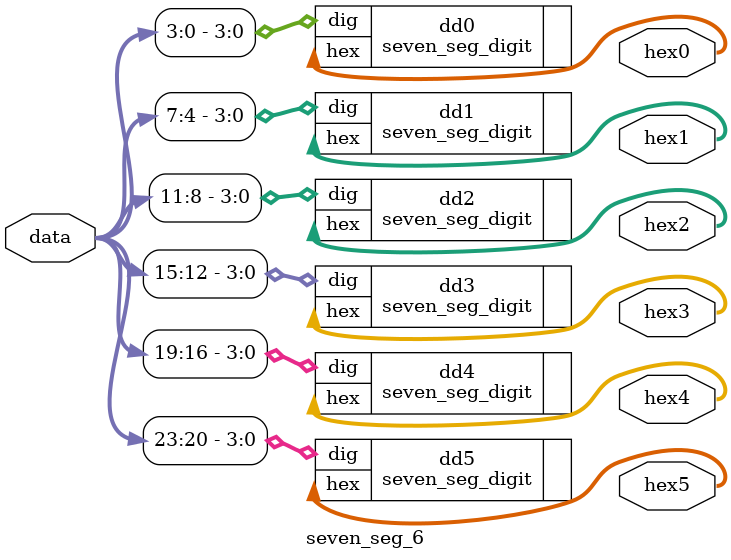
<source format=v>

module seven_seg_6
(
    input  [23:0] data,
    output [ 7:0] hex0,
    output [ 7:0] hex1,
    output [ 7:0] hex2,
    output [ 7:0] hex3,
    output [ 7:0] hex4,
    output [ 7:0] hex5 
);
    seven_seg_digit dd0 (.dig (data[4*0 +: 4]), .hex (hex0) );
    seven_seg_digit dd1 (.dig (data[4*1 +: 4]), .hex (hex1) );
    seven_seg_digit dd2 (.dig (data[4*2 +: 4]), .hex (hex2) );
    seven_seg_digit dd3 (.dig (data[4*3 +: 4]), .hex (hex3) );
    seven_seg_digit dd4 (.dig (data[4*4 +: 4]), .hex (hex4) );
    seven_seg_digit dd5 (.dig (data[4*5 +: 4]), .hex (hex5) );

endmodule

</source>
